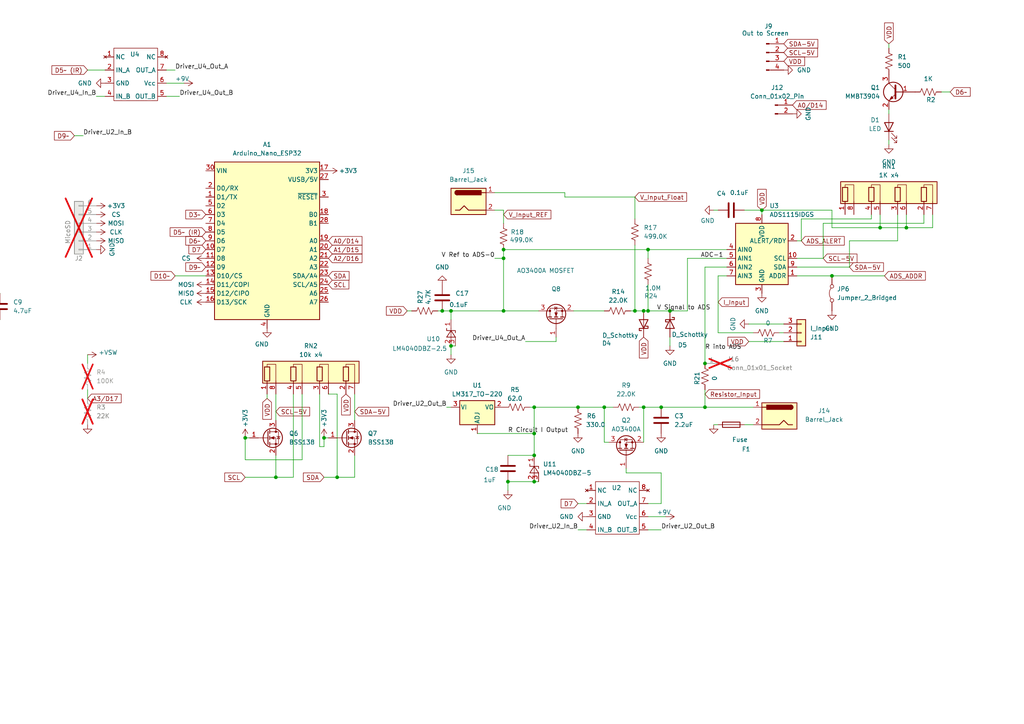
<source format=kicad_sch>
(kicad_sch (version 20250114) (generator "eeschema") (generator_version "9.0")
  (paper "A4")
  (rectangle (start -127 123.19) (end -7.62 173.99))
  (text "XIAO PIN Header" (at -45.72 171.45 0) (effects (font (size 2.54 2.54) (bold yes)) (justify left bottom)))
  (junction (at -53.34 54.61))
  (junction (at 146.05 74.93))
  (junction (at -83.82 196.85))
  (junction (at 204.47 105.41))
  (junction (at 204.47 118.11))
  (junction (at 130.81 100.33))
  (junction (at -93.98 204.47))
  (junction (at 146.05 72.39))
  (junction (at -45.72 142.24))
  (junction (at 184.15 90.17))
  (junction (at 97.79 138.43))
  (junction (at -43.18 44.45))
  (junction (at 194.31 90.17))
  (junction (at 187.96 90.17))
  (junction (at 154.94 125.73))
  (junction (at -41.91 201.93))
  (junction (at -88.9 46.99))
  (junction (at 80.01 138.43))
  (junction (at -29.21 44.45))
  (junction (at -85.09 214.63))
  (junction (at 130.81 90.17))
  (junction (at 146.05 90.17))
  (junction (at 241.3 80.01))
  (junction (at -71.12 44.45))
  (junction (at -88.9 50.8))
  (junction (at -73.66 44.45))
  (junction (at -38.1 44.45))
  (junction (at 154.94 118.11))
  (junction (at 154.94 132.08))
  (junction (at -73.66 35.56))
  (junction (at 186.69 90.17))
  (junction (at -85.09 204.47))
  (junction (at 167.64 118.11))
  (junction (at 262.89 66.04))
  (junction (at -41.91 212.09))
  (junction (at -26.67 85.09))
  (junction (at 187.96 72.39))
  (junction (at 71.12 127))
  (junction (at 128.27 90.17))
  (junction (at 220.98 60.96))
  (junction (at 186.69 118.11))
  (junction (at 93.98 127))
  (junction (at 147.32 139.7))
  (junction (at -30.48 146.05))
  (junction (at 255.27 66.04))
  (junction (at -93.98 214.63))
  (junction (at -26.67 93.98))
  (junction (at 154.94 139.7))
  (junction (at 175.26 118.11))
  (junction (at 191.77 118.11))
  (junction (at -27.94 201.93))
  (wire (pts (xy 232.41 63.5) (xy 252.73 63.5)))
  (wire (pts (xy 191.77 137.16) (xy 191.77 146.05)))
  (wire (pts (xy -45.72 142.24) (xy -45.72 139.7)))
  (wire (pts (xy -90.17 196.85) (xy -83.82 196.85)))
  (wire (pts (xy 152.4 99.06) (xy 161.29 99.06)))
  (wire (pts (xy 119.38 90.17) (xy 118.11 90.17)))
  (wire (pts (xy 167.64 146.05) (xy 170.18 146.05)))
  (wire (pts (xy 187.96 72.39) (xy 210.82 72.39)))
  (wire (pts (xy 130.81 90.17) (xy 128.27 90.17)))
  (wire (pts (xy 218.44 123.19) (xy 215.9 123.19)))
  (wire (pts (xy 154.94 118.11) (xy 167.64 118.11)))
  (wire (pts (xy 184.15 71.12) (xy 184.15 90.17)))
  (wire (pts (xy 184.15 90.17) (xy 186.69 90.17)))
  (wire (pts (xy 175.26 118.11) (xy 175.26 128.27)))
  (wire (pts (xy 232.41 69.85) (xy 231.14 69.85)))
  (wire (pts (xy -120.65 157.48) (xy -132.08 157.48)))
  (wire (pts (xy 191.77 118.11) (xy 204.47 118.11)))
  (wire (pts (xy 187.96 90.17) (xy 194.31 90.17)))
  (wire (pts (xy 186.69 118.11) (xy 191.77 118.11)))
  (wire (pts (xy -43.18 44.45) (xy -43.18 49.53)))
  (wire (pts (xy 27.94 27.94) (xy 30.48 27.94)))
  (wire (pts (xy -91.44 46.99) (xy -88.9 46.99)))
  (wire (pts (xy -85.09 214.63) (xy -85.09 213.36)))
  (wire (pts (xy -27.94 201.93) (xy -27.94 207.01)))
  (wire (pts (xy -41.91 212.09) (xy -39.37 212.09)))
  (wire (pts (xy 270.51 62.23) (xy 270.51 66.04)))
  (wire (pts (xy 260.35 62.23) (xy 260.35 69.85)))
  (wire (pts (xy -24.13 134.62) (xy -17.78 134.62)))
  (wire (pts (xy -132.08 142.24) (xy -120.65 142.24)))
  (wire (pts (xy 246.38 69.85) (xy 246.38 77.47)))
  (wire (pts (xy 138.43 125.73) (xy 154.94 125.73)))
  (wire (pts (xy -102.87 204.47) (xy -102.87 205.74)))
  (wire (pts (xy 194.31 97.79) (xy 194.31 100.33)))
  (wire (pts (xy -63.5 49.53) (xy -63.5 54.61)))
  (wire (pts (xy 77.47 115.57) (xy 77.47 114.3)))
  (wire (pts (xy 127 90.17) (xy 128.27 90.17)))
  (wire (pts (xy -43.18 44.45) (xy -38.1 44.45)))
  (wire (pts (xy 25.4 102.87) (xy 25.4 105.41)))
  (wire (pts (xy 191.77 153.67) (xy 187.96 153.67)))
  (wire (pts (xy -22.86 137.16) (xy -17.78 137.16)))
  (wire (pts (xy 50.8 80.01) (xy 59.69 80.01)))
  (wire (pts (xy -38.1 44.45) (xy -29.21 44.45)))
  (wire (pts (xy -21.59 139.7) (xy -17.78 139.7)))
  (wire (pts (xy -119.38 157.48) (xy -95.25 157.48)))
  (wire (pts (xy 187.96 82.55) (xy 187.96 90.17)))
  (wire (pts (xy -88.9 46.99) (xy -86.36 46.99)))
  (wire (pts (xy 93.98 127) (xy 93.98 129.54)))
  (wire (pts (xy -119.38 147.32) (xy -119.38 146.05)))
  (wire (pts (xy -48.26 138.43) (xy -38.1 138.43)))
  (wire (pts (xy -99.06 41.91) (xy -86.36 41.91)))
  (wire (pts (xy 80.01 138.43) (xy 71.12 138.43)))
  (wire (pts (xy 199.39 74.93) (xy 210.82 74.93)))
  (wire (pts (xy -3.81 85.09) (xy 0 85.09)))
  (wire (pts (xy 220.98 60.96) (xy 220.98 62.23)))
  (wire (pts (xy 80.01 138.43) (xy 80.01 132.08)))
  (wire (pts (xy -99.06 54.61) (xy -88.9 54.61)))
  (wire (pts (xy -83.82 201.93) (xy -85.09 201.93)))
  (wire (pts (xy -102.87 204.47) (xy -93.98 204.47)))
  (wire (pts (xy 129.54 118.11) (xy 130.81 118.11)))
  (wire (pts (xy -88.9 54.61) (xy -88.9 50.8)))
  (wire (pts (xy 175.26 128.27) (xy 176.53 128.27)))
  (wire (pts (xy 227.33 99.06) (xy 217.17 99.06)))
  (wire (pts (xy -48.26 142.24) (xy -45.72 142.24)))
  (wire (pts (xy 227.33 93.98) (xy 217.17 93.98)))
  (wire (pts (xy 130.81 90.17) (xy 146.05 90.17)))
  (wire (pts (xy 163.83 55.88) (xy 143.51 55.88)))
  (wire (pts (xy -88.9 50.8) (xy -88.9 46.99)))
  (wire (pts (xy 154.94 125.73) (xy 154.94 132.08)))
  (wire (pts (xy -48.26 184.15) (xy -63.5 184.15)))
  (wire (pts (xy 146.05 60.96) (xy 146.05 64.77)))
  (wire (pts (xy -73.66 44.45) (xy -71.12 44.45)))
  (wire (pts (xy -48.26 157.48) (xy -20.32 157.48)))
  (wire (pts (xy -45.72 139.7) (xy -33.02 139.7)))
  (wire (pts (xy 181.61 137.16) (xy 181.61 135.89)))
  (wire (pts (xy -38.1 44.45) (xy -38.1 45.72)))
  (wire (pts (xy -48.26 161.29) (xy -17.78 161.29)))
  (wire (pts (xy -22.86 149.86) (xy -22.86 137.16)))
  (wire (pts (xy 147.32 132.08) (xy 154.94 132.08)))
  (wire (pts (xy -41.91 201.93) (xy -27.94 201.93)))
  (wire (pts (xy 185.42 118.11) (xy 186.69 118.11)))
  (wire (pts (xy -93.98 204.47) (xy -93.98 205.74)))
  (wire (pts (xy -38.1 129.54) (xy -17.78 129.54)))
  (wire (pts (xy 71.12 127) (xy 71.12 133.35)))
  (wire (pts (xy 80.01 114.3) (xy 80.01 121.92)))
  (wire (pts (xy -132.08 154.94) (xy -119.38 154.94)))
  (wire (pts (xy 227.33 96.52) (xy 226.06 96.52)))
  (wire (pts (xy 257.81 40.64) (xy 257.81 41.91)))
  (wire (pts (xy 181.61 137.16) (xy 191.77 137.16)))
  (wire (pts (xy 163.83 55.88) (xy 163.83 57.15)))
  (wire (pts (xy -29.21 143.51) (xy -24.13 143.51)))
  (wire (pts (xy 187.96 74.93) (xy 187.96 72.39)))
  (wire (pts (xy 231.14 74.93) (xy 238.76 74.93)))
  (wire (pts (xy 146.05 72.39) (xy 187.96 72.39)))
  (wire (pts (xy 154.94 125.73) (xy 154.94 118.11)))
  (wire (pts (xy -132.08 144.78) (xy -119.38 144.78)))
  (wire (pts (xy -63.5 54.61) (xy -53.34 54.61)))
  (wire (pts (xy 204.47 77.47) (xy 204.47 105.41)))
  (wire (pts (xy 204.47 77.47) (xy 210.82 77.47)))
  (wire (pts (xy -93.98 214.63) (xy -85.09 214.63)))
  (wire (pts (xy 262.89 66.04) (xy 262.89 62.23)))
  (wire (pts (xy 241.3 66.04) (xy 255.27 66.04)))
  (wire (pts (xy 194.31 90.17) (xy 199.39 90.17)))
  (wire (pts (xy 273.05 26.67) (xy 275.59 26.67)))
  (wire (pts (xy -48.26 212.09) (xy -41.91 212.09)))
  (wire (pts (xy 163.83 57.15) (xy 184.15 57.15)))
  (wire (pts (xy -119.38 153.67) (xy -95.25 153.67)))
  (wire (pts (xy 184.15 57.15) (xy 184.15 63.5)))
  (wire (pts (xy 182.88 90.17) (xy 184.15 90.17)))
  (wire (pts (xy 161.29 99.06) (xy 161.29 97.79)))
  (wire (pts (xy -120.65 157.48) (xy -120.65 161.29)))
  (wire (pts (xy -76.2 44.45) (xy -73.66 44.45)))
  (wire (pts (xy -85.09 201.93) (xy -85.09 204.47)))
  (wire (pts (xy -73.66 35.56) (xy -73.66 44.45)))
  (wire (pts (xy 102.87 114.3) (xy 102.87 121.92)))
  (wire (pts (xy 252.73 63.5) (xy 252.73 62.23)))
  (wire (pts (xy -119.38 146.05) (xy -95.25 146.05)))
  (wire (pts (xy 267.97 64.77) (xy 267.97 62.23)))
  (wire (pts (xy 97.79 138.43) (xy 102.87 138.43)))
  (wire (pts (xy 175.26 118.11) (xy 177.8 118.11)))
  (wire (pts (xy 130.81 92.71) (xy 130.81 90.17)))
  (wire (pts (xy 85.09 138.43) (xy 80.01 138.43)))
  (wire (pts (xy 72.39 127) (xy 71.12 127)))
  (wire (pts (xy 208.28 60.96) (xy 207.01 60.96)))
  (wire (pts (xy -20.32 142.24) (xy -17.78 142.24)))
  (wire (pts (xy 85.09 114.3) (xy 85.09 138.43)))
  (wire (pts (xy -29.21 146.05) (xy -30.48 146.05)))
  (wire (pts (xy 246.38 69.85) (xy 260.35 69.85)))
  (wire (pts (xy 146.05 72.39) (xy 146.05 74.93)))
  (wire (pts (xy -73.66 33.02) (xy -73.66 35.56)))
  (wire (pts (xy 52.07 27.94) (xy 48.26 27.94)))
  (wire (pts (xy 95.25 114.3) (xy 97.79 114.3)))
  (wire (pts (xy -29.21 143.51) (xy -29.21 146.05)))
  (wire (pts (xy 186.69 118.11) (xy 186.69 128.27)))
  (wire (pts (xy 218.44 96.52) (xy 208.28 96.52)))
  (wire (pts (xy 166.37 90.17) (xy 175.26 90.17)))
  (wire (pts (xy -132.08 147.32) (xy -119.38 147.32)))
  (wire (pts (xy -30.48 146.05) (xy -48.26 146.05)))
  (wire (pts (xy -3.81 92.71) (xy 0 92.71)))
  (wire (pts (xy 147.32 142.24) (xy 147.32 139.7)))
  (wire (pts (xy 146.05 60.96) (xy 143.51 60.96)))
  (wire (pts (xy 220.98 60.96) (xy 241.3 60.96)))
  (wire (pts (xy -20.32 142.24) (xy -20.32 157.48)))
  (wire (pts (xy -119.38 152.4) (xy -119.38 153.67)))
  (wire (pts (xy 255.27 62.23) (xy 255.27 66.04)))
  (wire (pts (xy -26.67 92.71) (xy -26.67 93.98)))
  (wire (pts (xy 154.94 118.11) (xy 153.67 118.11)))
  (wire (pts (xy 208.28 80.01) (xy 208.28 96.52)))
  (wire (pts (xy 238.76 64.77) (xy 238.76 74.93)))
  (wire (pts (xy 102.87 138.43) (xy 102.87 132.08)))
  (wire (pts (xy -48.26 149.86) (xy -22.86 149.86)))
  (wire (pts (xy -48.26 153.67) (xy -21.59 153.67)))
  (wire (pts (xy 21.59 39.37) (xy 24.13 39.37)))
  (wire (pts (xy -120.65 138.43) (xy -95.25 138.43)))
  (wire (pts (xy 146.05 74.93) (xy 146.05 90.17)))
  (wire (pts (xy 204.47 113.03) (xy 204.47 118.11)))
  (wire (pts (xy -119.38 144.78) (xy -119.38 142.24)))
  (wire (pts (xy 87.63 114.3) (xy 87.63 133.35)))
  (wire (pts (xy 204.47 118.11) (xy 218.44 118.11)))
  (wire (pts (xy -120.65 142.24) (xy -120.65 138.43)))
  (wire (pts (xy -29.21 44.45) (xy -26.67 44.45)))
  (wire (pts (xy 147.32 139.7) (xy 154.94 139.7)))
  (wire (pts (xy 186.69 90.17) (xy 187.96 90.17)))
  (wire (pts (xy 97.79 114.3) (xy 97.79 138.43)))
  (wire (pts (xy -71.12 184.15) (xy -83.82 184.15)))
  (wire (pts (xy -119.38 142.24) (xy -95.25 142.24)))
  (wire (pts (xy -48.26 196.85) (xy -48.26 184.15)))
  (wire (pts (xy -132.08 152.4) (xy -119.38 152.4)))
  (wire (pts (xy 146.05 90.17) (xy 156.21 90.17)))
  (wire (pts (xy 93.98 138.43) (xy 97.79 138.43)))
  (wire (pts (xy 238.76 64.77) (xy 267.97 64.77)))
  (wire (pts (xy 25.4 20.32) (xy 30.48 20.32)))
  (wire (pts (xy -33.02 132.08) (xy -17.78 132.08)))
  (wire (pts (xy 167.64 153.67) (xy 170.18 153.67)))
  (wire (pts (xy 130.81 102.87) (xy 130.81 100.33)))
  (wire (pts (xy 95.25 127) (xy 93.98 127)))
  (wire (pts (xy -83.82 184.15) (xy -83.82 196.85)))
  (wire (pts (xy 191.77 146.05) (xy 187.96 146.05)))
  (wire (pts (xy -41.91 212.09) (xy -41.91 209.55)))
  (wire (pts (xy -93.98 214.63) (xy -93.98 213.36)))
  (wire (pts (xy 48.26 20.32) (xy 50.8 20.32)))
  (wire (pts (xy -45.72 142.24) (xy -44.45 142.24)))
  (wire (pts (xy 241.3 80.01) (xy 231.14 80.01)))
  (wire (pts (xy 143.51 74.93) (xy 146.05 74.93)))
  (wire (pts (xy 193.04 149.86) (xy 187.96 149.86)))
  (wire (pts (xy 53.34 24.13) (xy 48.26 24.13)))
  (wire (pts (xy 92.71 129.54) (xy 93.98 129.54)))
  (wire (pts (xy 199.39 74.93) (xy 199.39 90.17)))
  (wire (pts (xy 92.71 114.3) (xy 92.71 129.54)))
  (wire (pts (xy 256.54 80.01) (xy 241.3 80.01)))
  (wire (pts (xy -132.08 149.86) (xy -95.25 149.86)))
  (wire (pts (xy -26.67 93.98) (xy -19.05 93.98)))
  (wire (pts (xy 241.3 60.96) (xy 241.3 66.04)))
  (wire (pts (xy 257.81 12.7) (xy 257.81 13.97)))
  (wire (pts (xy 231.14 77.47) (xy 246.38 77.47)))
  (wire (pts (xy -85.09 220.98) (xy -85.09 214.63)))
  (wire (pts (xy -93.98 204.47) (xy -85.09 204.47)))
  (wire (pts (xy 71.12 133.35) (xy 87.63 133.35)))
  (wire (pts (xy 208.28 80.01) (xy 210.82 80.01)))
  (wire (pts (xy 232.41 63.5) (xy 232.41 69.85)))
  (wire (pts (xy -48.26 201.93) (xy -41.91 201.93)))
  (wire (pts (xy -120.65 161.29) (xy -95.25 161.29)))
  (wire (pts (xy 130.81 100.33) (xy 132.08 100.33)))
  (wire (pts (xy -33.02 139.7) (xy -33.02 132.08)))
  (wire (pts (xy -26.67 85.09) (xy -19.05 85.09)))
  (wire (pts (xy 262.89 66.04) (xy 270.51 66.04)))
  (wire (pts (xy -17.78 161.29) (xy -17.78 144.78)))
  (wire (pts (xy -119.38 157.48) (xy -119.38 154.94)))
  (wire (pts (xy -85.09 204.47) (xy -85.09 205.74)))
  (wire (pts (xy 257.81 33.02) (xy 257.81 31.75)))
  (wire (pts (xy 220.98 60.96) (xy 215.9 60.96)))
  (wire (pts (xy 154.94 139.7) (xy 156.21 139.7)))
  (wire (pts (xy -102.87 214.63) (xy -102.87 213.36)))
  (wire (pts (xy -38.1 129.54) (xy -38.1 138.43)))
  (wire (pts (xy 175.26 118.11) (xy 167.64 118.11)))
  (wire (pts (xy 207.01 123.19) (xy 208.28 123.19)))
  (wire (pts (xy 25.4 113.03) (xy 25.4 115.57)))
  (wire (pts (xy -24.13 143.51) (xy -24.13 134.62)))
  (wire (pts (xy 255.27 66.04) (xy 262.89 66.04)))
  (wire (pts (xy -102.87 214.63) (xy -93.98 214.63)))
  (wire (pts (xy -21.59 139.7) (xy -21.59 153.67)))
  (wire (pts (xy -29.21 44.45) (xy -29.21 50.8)))
  (label "Driver_U2_In_B" (at 167.64 153.67 180))
  (label "Driver_U4_Out_A" (at 50.8 20.32 0))
  (label "P302{slash}TXD2" (at -118.11 161.29 0))
  (label "P014{slash}AN09{slash}DAC" (at -118.11 138.43 0))
  (label "R into ADS" (at 204.47 101.6 0))
  (label "P111{slash}SCK9" (at -45.72 157.48 0))
  (label "Uno5vPin" (at -96.52 50.8 180))
  (label "ADC-1" (at 203.2 74.93 0))
  (label "P301{slash}RXD2" (at -45.72 161.29 0))
  (label "Driver_U4_Out_A" (at 152.4 99.06 180))
  (label "Driver_U2_Out_B" (at 191.77 153.67 0))
  (label "Driver_U2_Out_B" (at 129.54 118.11 180))
  (label "P002{slash}ADC02{slash}AMP0O" (at -118.11 149.86 0))
  (label "P000{slash}ADC00{slash}AMP0+" (at -118.11 142.24 0))
  (label "V Signal to ADS" (at 190.5 90.17 0))
  (label "Driver_U2_In_B" (at 24.13 39.37 0))
  (label "V Ref to ADS-0" (at 143.51 74.93 180))
  (label "R Circuit I Output" (at 147.32 125.73 0))
  (label "Driver_U4_Out_B" (at 52.07 27.94 0))
  (label "P001{slash}ADC01{slash}AMP0-" (at -118.11 146.05 0))
  (label "P110{slash}MISO9" (at -45.72 153.67 0))
  (label "P206{slash}SDA1" (at -118.11 153.67 0))
  (label "Driver_U4_In_B" (at 27.94 27.94 180))
  (label "P100{slash}ADC22{slash}SCL1" (at -118.11 157.48 0))
  (label "P109{slash}MOSI9" (at -45.72 149.86 0))
  (global_label "A3{slash}D17" (shape input) (at 25.4 115.57 0) (property "Intersheetrefs" "${INTERSHEET_REFS}" (effects (hide yes))))
  (global_label "D5~ (IR)" (shape input) (at 25.4 20.32 180) (property "Intersheetrefs" "${INTERSHEET_REFS}" (effects (hide yes))))
  (global_label "VDD" (shape input) (at -90.17 196.85 180) (property "Intersheetrefs" "${INTERSHEET_REFS}" (effects (hide yes))))
  (global_label "V_Input_Float" (shape input) (at 184.15 57.15 0) (property "Intersheetrefs" "${INTERSHEET_REFS}" (effects (hide yes))))
  (global_label "VDD" (shape input) (at 186.69 97.79 270) (property "Intersheetrefs" "${INTERSHEET_REFS}" (effects (hide yes))))
  (global_label "SDA" (shape input) (at -124.46 152.4 270) (property "Intersheetrefs" "${INTERSHEET_REFS}" (effects (hide yes))))
  (global_label "D10~" (shape input) (at -25.4 149.86 270) (property "Intersheetrefs" "${INTERSHEET_REFS}" (effects (hide yes))))
  (global_label "SCL-5V" (shape input) (at 238.76 74.93 0) (property "Intersheetrefs" "${INTERSHEET_REFS}" (effects (hide yes))))
  (global_label "D9~" (shape input) (at 59.69 77.47 180) (property "Intersheetrefs" "${INTERSHEET_REFS}" (effects (hide yes))))
  (global_label "A1{slash}D15" (shape input) (at 194.31 -27.94 180) (property "Intersheetrefs" "${INTERSHEET_REFS}" (effects (hide yes))))
  (global_label "SCL" (shape input) (at 71.12 138.43 180) (property "Intersheetrefs" "${INTERSHEET_REFS}" (effects (hide yes))))
  (global_label "A2{slash}D16" (shape input) (at 95.25 74.93 0) (property "Intersheetrefs" "${INTERSHEET_REFS}" (effects (hide yes))))
  (global_label "D5~ (IR)" (shape input) (at 59.69 67.31 180) (property "Intersheetrefs" "${INTERSHEET_REFS}" (effects (hide yes))))
  (global_label "D7" (shape input) (at -25.4 161.29 270) (property "Intersheetrefs" "${INTERSHEET_REFS}" (effects (hide yes))))
  (global_label "I_Input" (shape input) (at 208.28 87.63 0) (property "Intersheetrefs" "${INTERSHEET_REFS}" (effects (hide yes))))
  (global_label "VDD" (shape input) (at 217.17 99.06 180) (property "Intersheetrefs" "${INTERSHEET_REFS}" (effects (hide yes))))
  (global_label "SCL-5V" (shape input) (at 80.01 119.38 0) (property "Intersheetrefs" "${INTERSHEET_REFS}" (effects (hide yes))))
  (global_label "SDA-5V" (shape input) (at 227.33 12.7 0) (property "Intersheetrefs" "${INTERSHEET_REFS}" (effects (hide yes))))
  (global_label "D6~" (shape input) (at -104.14 161.29 270) (property "Intersheetrefs" "${INTERSHEET_REFS}" (effects (hide yes))))
  (global_label "VDD" (shape input) (at 257.81 12.7 90) (property "Intersheetrefs" "${INTERSHEET_REFS}" (effects (hide yes))))
  (global_label "VDD" (shape input) (at -26.67 44.45 0) (property "Intersheetrefs" "${INTERSHEET_REFS}" (effects (hide yes))))
  (global_label "ADS_ALERT" (shape input) (at 232.41 69.85 0) (property "Intersheetrefs" "${INTERSHEET_REFS}" (effects (hide yes))))
  (global_label "VDD" (shape input) (at 100.33 114.3 270) (property "Intersheetrefs" "${INTERSHEET_REFS}" (effects (hide yes))))
  (global_label "XIAO 5V" (shape input) (at -38.1 129.54 180) (property "Intersheetrefs" "${INTERSHEET_REFS}" (effects (hide yes))))
  (global_label "D9~" (shape input) (at -30.48 153.67 270) (property "Intersheetrefs" "${INTERSHEET_REFS}" (effects (hide yes))))
  (global_label "D10~" (shape input) (at 194.31 -17.78 180) (property "Intersheetrefs" "${INTERSHEET_REFS}" (effects (hide yes))))
  (global_label "SCL" (shape input) (at -119.38 157.48 270) (property "Intersheetrefs" "${INTERSHEET_REFS}" (effects (hide yes))))
  (global_label "XIAO 5V" (shape input) (at -8.89 111.76 180) (property "Intersheetrefs" "${INTERSHEET_REFS}" (effects (hide yes))))
  (global_label "SCL-5V" (shape input) (at 227.33 15.24 0) (property "Intersheetrefs" "${INTERSHEET_REFS}" (effects (hide yes))))
  (global_label "SDA-5V" (shape input) (at 246.38 77.47 0) (property "Intersheetrefs" "${INTERSHEET_REFS}" (effects (hide yes))))
  (global_label "XIAO Batt Pin" (shape input) (at -73.66 33.02 90) (property "Intersheetrefs" "${INTERSHEET_REFS}" (effects (hide yes))))
  (global_label "D9~" (shape input) (at 21.59 39.37 180) (property "Intersheetrefs" "${INTERSHEET_REFS}" (effects (hide yes))))
  (global_label "A1{slash}D15" (shape input) (at -124.46 144.78 90) (property "Intersheetrefs" "${INTERSHEET_REFS}" (effects (hide yes))))
  (global_label "ADS_ADDR" (shape input) (at 256.54 80.01 0) (property "Intersheetrefs" "${INTERSHEET_REFS}" (effects (hide yes))))
  (global_label "D5~ (IR)" (shape input) (at -20.32 157.48 0) (property "Intersheetrefs" "${INTERSHEET_REFS}" (effects (hide yes))))
  (global_label "D7" (shape input) (at 167.64 146.05 180) (property "Intersheetrefs" "${INTERSHEET_REFS}" (effects (hide yes))))
  (global_label "SDA" (shape input) (at 95.25 80.01 0) (property "Intersheetrefs" "${INTERSHEET_REFS}" (effects (hide yes))))
  (global_label "D3~" (shape input) (at 194.31 -7.62 180) (property "Intersheetrefs" "${INTERSHEET_REFS}" (effects (hide yes))))
  (global_label "SDA" (shape input) (at 93.98 138.43 180) (property "Intersheetrefs" "${INTERSHEET_REFS}" (effects (hide yes))))
  (global_label "XIAO 5V" (shape input) (at -99.06 41.91 180) (property "Intersheetrefs" "${INTERSHEET_REFS}" (effects (hide yes))))
  (global_label "SCL" (shape input) (at 95.25 82.55 0) (property "Intersheetrefs" "${INTERSHEET_REFS}" (effects (hide yes))))
  (global_label "VDD" (shape input) (at 77.47 115.57 270) (property "Intersheetrefs" "${INTERSHEET_REFS}" (effects (hide yes))))
  (global_label "Resistor_Input" (shape input) (at 204.47 114.3 0) (property "Intersheetrefs" "${INTERSHEET_REFS}" (effects (hide yes))))
  (global_label "D6~" (shape input) (at 275.59 26.67 0) (property "Intersheetrefs" "${INTERSHEET_REFS}" (effects (hide yes))))
  (global_label "D3~" (shape input) (at 59.69 62.23 180) (property "Intersheetrefs" "${INTERSHEET_REFS}" (effects (hide yes))))
  (global_label "D7" (shape input) (at 59.69 72.39 180) (property "Intersheetrefs" "${INTERSHEET_REFS}" (effects (hide yes))))
  (global_label "VDD" (shape input) (at 118.11 90.17 180) (property "Intersheetrefs" "${INTERSHEET_REFS}" (effects (hide yes))))
  (global_label "A2{slash}D16" (shape input) (at -129.54 147.32 90) (property "Intersheetrefs" "${INTERSHEET_REFS}" (effects (hide yes))))
  (global_label "VDD" (shape input) (at 227.33 17.78 0) (property "Intersheetrefs" "${INTERSHEET_REFS}" (effects (hide yes))))
  (global_label "V_Input_REF" (shape input) (at 146.05 62.23 0) (property "Intersheetrefs" "${INTERSHEET_REFS}" (effects (hide yes))))
  (global_label "D3~" (shape input) (at -128.27 149.86 270) (property "Intersheetrefs" "${INTERSHEET_REFS}" (effects (hide yes))))
  (global_label "D6~" (shape input) (at 59.69 69.85 180) (property "Intersheetrefs" "${INTERSHEET_REFS}" (effects (hide yes))))
  (global_label "A1{slash}D15" (shape input) (at 95.25 72.39 0) (property "Intersheetrefs" "${INTERSHEET_REFS}" (effects (hide yes))))
  (global_label "A0{slash}D14" (shape input) (at 229.87 30.48 0) (property "Intersheetrefs" "${INTERSHEET_REFS}" (effects (hide yes))))
  (global_label "A0{slash}D14" (shape input) (at 95.25 69.85 0) (property "Intersheetrefs" "${INTERSHEET_REFS}" (effects (hide yes))))
  (global_label "VDD" (shape input) (at 220.98 60.96 90) (property "Intersheetrefs" "${INTERSHEET_REFS}" (effects (hide yes))))
  (global_label "D10~" (shape input) (at 50.8 80.01 180) (property "Intersheetrefs" "${INTERSHEET_REFS}" (effects (hide yes))))
  (global_label "SDA-5V" (shape input) (at 102.87 119.38 0) (property "Intersheetrefs" "${INTERSHEET_REFS}" (effects (hide yes))))
  (global_label "A0{slash}D14" (shape input) (at -120.65 138.43 90) (property "Intersheetrefs" "${INTERSHEET_REFS}" (effects (hide yes))))
  (symbol (lib_id "Transistor_FET:BSS138") (at 77.47 127 0) (unit 1)
    (property "Reference" "Q6" (at 83.82 125.7299 0) (effects (justify left)))
    (property "Value" "BSS138" (at 83.82 128.2699 0) (effects (justify left)))
    (property "Footprint" "Package_TO_SOT_SMD:SOT-23" (effects (hide yes)))
    (property "Datasheet" "https://www.onsemi.com/pub/Collateral/BSS138-D.PDF" (effects (hide yes)))
    (property "Description" "50V Vds, 0.22A Id, N-Channel MOSFET, SOT-23" (effects (hide yes)))
  )
  (symbol (lib_name "+BATT_1") (lib_id "power:+BATT") (at -91.44 46.99 90) (unit 1)
    (property "Reference" "#PWR063" (effects (hide yes)))
    (property "Value" "+BATT" (at -95.25 46.9901 90) (effects (justify left)))
    (property "Description" "Power symbol creates a global label with name \"+BATT\"" (effects (hide yes)))
  )
  (symbol (lib_id "Device:C") (at -26.67 88.9 0) (unit 1)
    (property "Reference" "C10" (at -24.384 91.694 0) (effects (justify left)))
    (property "Value" "4.7uF" (at -35.052 88.9 0) (effects (justify left)))
    (property "Footprint" "Capacitor_SMD:C_0805_2012Metric_Pad1.18x1.45mm_HandSolder" (effects (hide yes)))
    (property "Description" "Unpolarized capacitor" (effects (hide yes)))
    (property "Function" "Charge Pump" (effects (hide yes)))
  )
  (symbol (lib_id "Device:C") (at -102.87 209.55 0) (unit 1)
    (property "Reference" "C6" (at -101.854 212.344 0) (effects (justify left)))
    (property "Value" "1uF" (at -107.188 212.852 0) (effects (justify left)))
    (property "Footprint" "Capacitor_SMD:C_0805_2012Metric_Pad1.18x1.45mm_HandSolder" (effects (hide yes)))
    (property "Description" "Unpolarized capacitor" (effects (hide yes)))
    (property "Function" "Charge Pump" (effects (hide yes)))
  )
  (symbol (lib_id "power:+3.3V") (at 27.94 62.23 270) (unit 1)
    (property "Reference" "#PWR076" (effects (hide yes)))
    (property "Value" "CS" (at 33.655 62.23 90))
  )
  (symbol (lib_id "power:+9V") (at -26.67 93.98 90) (unit 1)
    (property "Reference" "#PWR036" (effects (hide yes)))
    (property "Value" "+9V" (at -31.75 93.98 0))
    (property "Description" "Power symbol creates a global label with name \"+9V\"" (effects (hide yes)))
  )
  (symbol (lib_id "power:+3.3V") (at 95.25 49.53 270) (unit 1)
    (property "Reference" "#PWR02" (effects (hide yes)))
    (property "Value" "+3V3" (at 100.965 49.53 90))
  )
  (symbol (lib_id "Transistor_FET:DMG2302U") (at 161.29 92.71 90) (unit 1)
    (property "Reference" "Q8" (at 161.29 83.82 90))
    (property "Value" "AO3400A MOSFET" (at 158.242 78.486 90))
    (property "Footprint" "Package_TO_SOT_SMD:SOT-23" (effects (hide yes)))
    (property "Datasheet" "http://www.diodes.com/assets/Datasheets/DMG2302U.pdf" (effects (hide yes)))
    (property "Description" "4.2A Id, 20V Vds, N-Channel MOSFET, SOT-23" (effects (hide yes)))
    (property "Function" "R Circuit Range Switch" (effects (hide yes)))
  )
  (symbol (lib_id "Transistor_FET:DMG2302U") (at 181.61 130.81 90) (unit 1)
    (property "Reference" "Q2" (at 181.61 121.92 90))
    (property "Value" "AO3400A" (at 181.61 124.46 90))
    (property "Footprint" "Package_TO_SOT_SMD:SOT-23" (effects (hide yes)))
    (property "Datasheet" "http://www.diodes.com/assets/Datasheets/DMG2302U.pdf" (effects (hide yes)))
    (property "Description" "4.2A Id, 20V Vds, N-Channel MOSFET, SOT-23" (effects (hide yes)))
    (property "Function" "R Circuit Range Switch" (effects (hide yes)))
  )
  (symbol (lib_id "Device:C") (at -93.98 209.55 0) (unit 1)
    (property "Reference" "C5" (at -93.218 212.344 0) (effects (justify left)))
    (property "Value" "1uF" (at -98.298 212.852 0) (effects (justify left)))
    (property "Footprint" "Capacitor_SMD:C_0805_2012Metric_Pad1.18x1.45mm_HandSolder" (effects (hide yes)))
    (property "Description" "Unpolarized capacitor" (effects (hide yes)))
    (property "Function" "Charge Pump" (effects (hide yes)))
  )
  (symbol (lib_id "Connector:Conn_01x07_Pin") (at -12.7 137.16 0) (mirror y) (unit 1) (dnp yes)
    (property "Reference" "J1" (at -13.335 124.46 0))
    (property "Value" "Conn_01x07_Pin" (at -13.335 127 0))
    (property "Footprint" "Connector_PinSocket_2.54mm:PinSocket_1x07_P2.54mm_Vertical" (effects (hide yes)))
    (property "Description" "Generic connector, single row, 01x07, script generated" (effects (hide yes)))
  )
  (symbol (lib_id "Analog_ADC:ADS1115IDGS") (at 220.98 74.93 0) (unit 1)
    (property "Reference" "U3" (at 223.1741 59.69 0) (effects (justify left)))
    (property "Value" "ADS1115IDGS" (at 223.1741 62.23 0) (effects (justify left)))
    (property "Footprint" "Package_SO:TSSOP-10_3x3mm_P0.5mm" (effects (hide yes)))
    (property "Datasheet" "http://www.ti.com/lit/ds/symlink/ads1113.pdf" (effects (hide yes)))
    (property "Description" "Ultra-Small, Low-Power, I2C-Compatible, 860-SPS, 16-Bit ADCs With Internal Reference, Oscillator, and Programmable Comparator, VSSOP-10" (effects (hide yes)))
    (property "ValueTemp" "ADS1115IDGS" (effects (hide yes)))
  )
  (symbol (lib_id "Device:C") (at -71.12 48.26 0) (unit 1)
    (property "Reference" "C15" (at -67.31 46.9899 0) (effects (justify left)))
    (property "Value" "4.7uF" (at -67.31 49.5299 0) (effects (justify left)))
    (property "Footprint" "Capacitor_SMD:C_0805_2012Metric_Pad1.18x1.45mm_HandSolder" (effects (hide yes)))
    (property "Description" "Unpolarized capacitor" (effects (hide yes)))
    (property "Function" "Boost Circuit Input" (effects (hide yes)))
  )
  (symbol (lib_id "Device:Fuse") (at 212.09 123.19 270) (mirror x) (unit 1)
    (property "Reference" "F1" (at 216.408 130.302 90))
    (property "Value" "Fuse" (at 214.63 127.508 90))
    (property "Footprint" "Fuse:Fuse_1206_3216Metric_Pad1.42x1.75mm_HandSolder" (effects (hide yes)))
    (property "Description" "Fuse" (effects (hide yes)))
    (property "Function" "Dead Short Protection" (effects (hide yes)))
  )
  (symbol (lib_id "Reference_Voltage:LM4040DBZ-5") (at 154.94 135.89 90) (unit 1)
    (property "Reference" "U11" (at 157.48 134.6199 90) (effects (justify right)))
    (property "Value" "LM4040DBZ-5" (at 157.48 137.1599 90) (effects (justify right)))
    (property "Footprint" "Package_TO_SOT_SMD:SOT-23" (effects (hide yes)))
    (property "Datasheet" "http://www.ti.com/lit/ds/symlink/lm4040-n.pdf" (effects (hide yes)))
    (property "Description" "5.000V Precision Micropower Shunt Voltage Reference, SOT-23" (effects (hide yes)))
    (property "Function" "R Circuit Reference" (effects (hide yes)))
  )
  (symbol (lib_id "Connector:Conn_01x02_Pin") (at -104.14 54.61 0) (unit 1)
    (property "Reference" "J7" (at -107.188 59.182 0))
    (property "Value" "Conn_01x02_Pin" (at -107.696 61.468 0))
    (property "Footprint" "Connector_PinSocket_2.54mm:PinSocket_1x02_P2.54mm_Vertical" (effects (hide yes)))
    (property "Description" "Generic connector, single row, 01x02, script generated" (effects (hide yes)))
  )
  (symbol (lib_id "power:GND") (at -53.34 54.61 0) (unit 1)
    (property "Reference" "#PWR029" (effects (hide yes)))
    (property "Value" "GND" (effects (hide yes)))
    (property "Description" "Power symbol creates a global label with name \"GND\" , ground" (effects (hide yes)))
  )
  (symbol (lib_id "power:GND") (at 147.32 142.24 0) (unit 1)
    (property "Reference" "#PWR042" (effects (hide yes)))
    (property "Value" "GND" (at 146.304 147.32 0))
    (property "Description" "Power symbol creates a global label with name \"GND\" , ground" (effects (hide yes)))
  )
  (symbol (lib_id "Device:R_US") (at 184.15 67.31 0) (unit 1)
    (property "Reference" "R17" (at 186.69 66.0399 0) (effects (justify left)))
    (property "Value" "499.0K" (at 186.69 68.5799 0) (effects (justify left)))
    (property "Footprint" "Resistor_SMD:R_0805_2012Metric_Pad1.20x1.40mm_HandSolder" (effects (hide yes)))
    (property "Description" "Resistor, US symbol" (effects (hide yes)))
    (property "ValueTemp" "75K" (effects (hide yes)))
    (property "Function" "V Signal Divider" (effects (hide yes)))
  )
  (symbol (lib_id "power:GND") (at -29.21 58.42 0) (unit 1)
    (property "Reference" "#PWR082" (effects (hide yes)))
    (property "Value" "GND" (effects (hide yes)))
    (property "Description" "Power symbol creates a global label with name \"GND\" , ground" (effects (hide yes)))
  )
  (symbol (lib_id "Device:R_US") (at 123.19 90.17 90) (unit 1)
    (property "Reference" "R27" (at 121.92 88.138 0) (effects (justify left)))
    (property "Value" "4.7K" (at 124.206 88.392 0) (effects (justify left)))
    (property "Footprint" "Resistor_SMD:R_0805_2012Metric_Pad1.20x1.40mm_HandSolder" (effects (hide yes)))
    (property "Description" "Resistor, US symbol" (effects (hide yes)))
    (property "ValueTemp" "5K" (effects (hide yes)))
    (property "Function" "Current Limit" (effects (hide yes)))
  )
  (symbol (lib_id "power:GND") (at 191.77 125.73 0) (unit 1)
    (property "Reference" "#PWR047" (effects (hide yes)))
    (property "Value" "GND" (at 191.77 130.81 0))
    (property "Description" "Power symbol creates a global label with name \"GND\" , ground" (effects (hide yes)))
  )
  (symbol (lib_id "Device:C") (at -85.09 209.55 0) (unit 1)
    (property "Reference" "C1" (at -83.566 212.598 0) (effects (justify left)))
    (property "Value" "1uF" (at -89.408 212.852 0) (effects (justify left)))
    (property "Footprint" "Capacitor_SMD:C_0805_2012Metric_Pad1.18x1.45mm_HandSolder" (effects (hide yes)))
    (property "Description" "Unpolarized capacitor" (effects (hide yes)))
    (property "Function" "Charge Pump" (effects (hide yes)))
  )
  (symbol (lib_id "Connector:Conn_01x04_Pin") (at 222.25 15.24 0) (unit 1)
    (property "Reference" "J9" (at 222.885 7.62 0))
    (property "Value" "Out to Screen" (at 221.996 9.652 0))
    (property "Footprint" "Connector_PinSocket_2.54mm:PinSocket_1x04_P2.54mm_Vertical" (effects (hide yes)))
    (property "Description" "Generic connector, single row, 01x04, script generated" (effects (hide yes)))
    (property "ValueTemp" "Out to Screen" (effects (hide yes)))
  )
  (symbol (lib_id "Device:D_Schottky") (at 194.31 93.98 270) (unit 1)
    (property "Reference" "D5" (at 196.596 100.076 90) (effects (justify left)))
    (property "Value" "D_Schottky" (at 194.818 97.028 90) (effects (justify left)))
    (property "Footprint" "Diode_SMD:D_SOD-123" (effects (hide yes)))
    (property "Description" "Schottky diode" (effects (hide yes)))
    (property "Function" "Overvoltage Proection" (effects (hide yes)))
  )
  (symbol (lib_id "Switch:SW_Push") (at 199.39 -7.62 0) (unit 1)
    (property "Reference" "SW1" (at 199.39 -15.24 0))
    (property "Value" "SW_Push" (at 199.39 -12.7 0))
    (property "Footprint" "Button_Switch_SMD:SW_SPST_CK_RS282G05A3" (effects (hide yes)))
    (property "Description" "Push button switch, generic, two pins" (effects (hide yes)))
    (property "ValueTemp" "SW_Push" (effects (hide yes)))
  )
  (symbol (lib_id "power:GND") (at 229.87 33.02 90) (unit 1)
    (property "Reference" "#PWR044" (effects (hide yes)))
    (property "Value" "GND" (at 234.442 33.02 0))
    (property "Description" "Power symbol creates a global label with name \"GND\" , ground" (effects (hide yes)))
  )
  (symbol (lib_id "power:+5V") (at -19.05 87.63 90) (unit 1)
    (property "Reference" "#PWR039" (effects (hide yes)))
    (property "Value" "VDD" (at -23.368 87.63 90))
  )
  (symbol (lib_id "Connector_Generic:Conn_01x06") (at 22.86 67.31 180) (unit 1) (dnp yes)
    (property "Reference" "J2" (at 22.86 74.93 0))
    (property "Value" "MicoSD" (at 19.685 67.31 90))
    (property "Footprint" "Connector_PinSocket_2.54mm:PinSocket_1x06_P2.54mm_Vertical" (effects (hide yes)))
  )
  (symbol (lib_id "power:GND") (at 204.47 -7.62 90) (unit 1)
    (property "Reference" "#PWR024" (effects (hide yes)))
    (property "Value" "GND" (at 209.042 -7.62 0))
    (property "Description" "Power symbol creates a global label with name \"GND\" , ground" (effects (hide yes)))
  )
  (symbol (lib_id "power:GND") (at -26.67 85.09 270) (unit 1)
    (property "Reference" "#PWR037" (effects (hide yes)))
    (property "Value" "GND" (at -31.242 83.566 0))
    (property "Description" "Power symbol creates a global label with name \"GND\" , ground" (effects (hide yes)))
  )
  (symbol (lib_id "Device:R_Pack04_SIP") (at 257.81 57.15 0) (unit 1)
    (property "Reference" "RN1" (at 257.81 48.26 0))
    (property "Value" "1K x4" (at 257.81 50.8 0))
    (property "Footprint" "Library:RESCAXS127P508X320X70-8N" (effects (hide yes)))
    (property "Datasheet" "http://www.vishay.com/docs/31509/csc.pdf" (effects (hide yes)))
    (property "Description" "4 resistor network, parallel topology, SIP package" (effects (hide yes)))
  )
  (symbol (lib_id "power:GND") (at 77.47 95.25 0) (unit 1)
    (property "Reference" "#PWR01" (effects (hide yes)))
    (property "Value" "GND" (at 75.946 99.822 0))
    (property "Description" "Power symbol creates a global label with name \"GND\" , ground" (effects (hide yes)))
  )
  (symbol (lib_id "power:GND") (at -38.1 53.34 0) (unit 1)
    (property "Reference" "#PWR010" (effects (hide yes)))
    (property "Value" "GND" (effects (hide yes)))
    (property "Description" "Power symbol creates a global label with name \"GND\" , ground" (effects (hide yes)))
  )
  (symbol (lib_id "Seeed_libdb:Module/XIAO-HALF-HOLE") (at -71.12 149.86 0) (unit 1) (on_board no) (dnp yes)
    (property "Reference" "U6" (at -71.12 134.366 0) (effects (font (size 1.27 1.0795))))
    (property "Value" "~" (at -71.755 134.62 0) (effects (font (size 1.27 1.0795))))
    (property "SKU" "XIAO-HALF-HOLE" (effects (hide yes)))
  )
  (symbol (lib_id "power:GND") (at 167.64 125.73 0) (unit 1)
    (property "Reference" "#PWR035" (effects (hide yes)))
    (property "Value" "GND" (at 167.64 130.81 0))
    (property "Description" "Power symbol creates a global label with name \"GND\" , ground" (effects (hide yes)))
  )
  (symbol (lib_id "power:+3.3V") (at 27.94 64.77 270) (unit 1)
    (property "Reference" "#PWR077" (effects (hide yes)))
    (property "Value" "MOSI" (at 33.655 64.77 90))
  )
  (symbol (lib_id "MIC4801:MAX1683") (at -17.78 90.17 0) (unit 1)
    (property "Reference" "U7" (at -11.43 80.01 0))
    (property "Value" "MAX1683" (at -11.43 82.55 0))
    (property "Footprint" "Package_TO_SOT_SMD:SOT-23-5_HandSoldering" (effects (hide yes)))
    (property "Datasheet" "https://www.analog.com/media/en/technical-documentation/data-sheets/MAX1682-MAX1683.pdf" (effects (hide yes)))
    (property "Description" "IC REG CHARGE PUMP 2VIN SOT23-5" (effects (hide yes)))
    (property "Function" "Voltage Doubler" (effects (hide yes)))
  )
  (symbol (lib_id "power:+VSW") (at 25.4 102.87 270) (unit 1)
    (property "Reference" "#PWR028" (effects (hide yes)))
    (property "Value" "+VSW" (at 28.575 102.235 90) (effects (justify left)))
  )
  (symbol (lib_id "power:+3.3V") (at 27.94 69.85 270) (unit 1)
    (property "Reference" "#PWR079" (effects (hide yes)))
    (property "Value" "MISO" (at 33.655 69.85 90))
  )
  (symbol (lib_id "power:+3.3V") (at 59.69 74.93 90) (unit 1)
    (property "Reference" "#PWR03" (effects (hide yes)))
    (property "Value" "CS" (at 53.975 74.93 90))
  )
  (symbol (lib_id "power:GND") (at 227.33 20.32 90) (unit 1)
    (property "Reference" "#PWR041" (effects (hide yes)))
    (property "Value" "GND" (at 231.14 20.3199 90) (effects (justify right)))
    (property "Description" "Power symbol creates a global label with name \"GND\" , ground" (effects (hide yes)))
  )
  (symbol (lib_id "Connector:Barrel_Jack") (at 135.89 58.42 0) (unit 1)
    (property "Reference" "J15" (at 135.89 49.53 0))
    (property "Value" "Barrel_Jack" (at 135.89 52.07 0))
    (property "Footprint" "Connector_BarrelJack:BarrelJack_Horizontal" (effects (hide yes)))
    (property "Description" "DC Barrel Jack" (effects (hide yes)))
    (property "ValueTemp" "Barrel_Jack" (effects (hide yes)))
  )
  (symbol (lib_id "Connector:Conn_01x07_Pin") (at -137.16 149.86 0) (unit 1) (dnp yes)
    (property "Reference" "J3" (at -147.828 143.256 0))
    (property "Value" "Conn_01x07_Pin" (at -147.828 145.796 0))
    (property "Footprint" "Connector_PinSocket_2.54mm:PinSocket_1x07_P2.54mm_Vertical" (effects (hide yes)))
    (property "Description" "Generic connector, single row, 01x07, script generated" (effects (hide yes)))
  )
  (symbol (lib_name "GND_5") (lib_id "power:GND") (at -44.45 142.24 90) (unit 1) (dnp yes)
    (property "Reference" "#PWR07" (effects (hide yes)))
    (property "Value" "GND" (at -40.894 142.24 0) (effects (font (size 1.143 1.143))))
    (property "Description" "Power symbol creates a global label with name \"GND\" , ground" (effects (hide yes)))
  )
  (symbol (lib_id "CustomLibrary:IX4426_") (at 172.72 138.43 0) (unit 1)
    (property "Reference" "U2" (at 178.816 141.478 0))
    (property "Value" "IX4426N" (effects (hide yes)))
    (property "Footprint" "Package_SO:SOIC-8_3.9x4.9mm_P1.27mm" (effects (hide yes)))
  )
  (symbol (lib_id "Device:C") (at -29.21 54.61 0) (unit 1)
    (property "Reference" "C19" (at -27.178 49.022 0) (effects (justify left)))
    (property "Value" "22uF" (at -27.178 51.3079 0) (effects (justify left)))
    (property "Footprint" "Capacitor_SMD:C_0805_2012Metric_Pad1.18x1.45mm_HandSolder" (effects (hide yes)))
    (property "Description" "Unpolarized capacitor" (effects (hide yes)))
    (property "Function" "Boost Output Smoothing" (effects (hide yes)))
  )
  (symbol (lib_id "power:GND") (at -39.37 219.71 0) (unit 1)
    (property "Reference" "#PWR018" (effects (hide yes)))
    (property "Value" "GND" (effects (hide yes)))
    (property "Description" "Power symbol creates a global label with name \"GND\" , ground" (effects (hide yes)))
  )
  (symbol (lib_id "Regulator_Switching:TPS613222ADBV") (at -53.34 46.99 0) (unit 1)
    (property "Reference" "U9" (at -53.34 36.83 0))
    (property "Value" "TPS613222ADBV" (at -53.34 39.37 0))
    (property "Footprint" "Package_TO_SOT_SMD:SOT-23-5" (effects (hide yes)))
    (property "Datasheet" "http://www.ti.com/lit/ds/symlink/tps61322.pdf" (effects (hide yes)))
    (property "Description" "1.8A Step-Up Converter, 5V Output Voltage, 0.9-5.5V Input Voltage, SOT-23-5" (effects (hide yes)))
  )
  (symbol (lib_id "Device:R_US") (at -39.37 215.9 0) (unit 1)
    (property "Reference" "R10" (at -37.338 214.63 0) (effects (justify left)))
    (property "Value" "71.5k" (at -37.592 216.916 0) (effects (justify left)))
    (property "Footprint" "Resistor_SMD:R_0805_2012Metric_Pad1.20x1.40mm_HandSolder" (effects (hide yes)))
    (property "Description" "Resistor, US symbol" (effects (hide yes)))
    (property "ValueTemp" "5K" (effects (hide yes)))
    (property "Function" "Current Limit" (effects (hide yes)))
  )
  (symbol (lib_id "Device:R_US") (at 167.64 121.92 180) (unit 1)
    (property "Reference" "R6" (at 170.18 120.6499 0) (effects (justify right)))
    (property "Value" "330.0" (at 169.926 123.19 0) (effects (justify right)))
    (property "Footprint" "Resistor_SMD:R_0805_2012Metric_Pad1.20x1.40mm_HandSolder" (effects (hide yes)))
    (property "Description" "Resistor, US symbol" (effects (hide yes)))
    (property "Function" "330 R Circuit I Bleeder" (effects (hide yes)))
  )
  (symbol (lib_id "Device:L") (at -67.31 44.45 90) (unit 1)
    (property "Reference" "L1" (at -67.31 39.37 90))
    (property "Value" "2.2uH" (at -67.31 41.91 90))
    (property "Footprint" "Inductor_SMD:L_Murata_DFE201610P" (effects (hide yes)))
    (property "Description" "Inductor" (effects (hide yes)))
  )
  (symbol (lib_id "power:GND") (at -27.94 214.63 0) (unit 1)
    (property "Reference" "#PWR019" (effects (hide yes)))
    (property "Value" "GND" (effects (hide yes)))
    (property "Description" "Power symbol creates a global label with name \"GND\" , ground" (effects (hide yes)))
  )
  (symbol (lib_id "power:+3.3V") (at 59.69 87.63 90) (unit 1)
    (property "Reference" "#PWR014" (effects (hide yes)))
    (property "Value" "CLK" (at 53.975 87.63 90))
  )
  (symbol (lib_id "CustomLibrary:TLV61046ADBVR") (at -66.04 207.01 0) (unit 1)
    (property "Reference" "U5" (at -66.04 186.69 0) (effects (font (size 1.524 1.524))))
    (property "Value" "TLV61046ADBVR" (at -66.04 189.23 0) (effects (font (size 1.524 1.524))))
    (property "Footprint" "Package_TO_SOT_SMD:SOT-23-6_Handsoldering" (effects (hide yes)))
    (property "Datasheet" "https://www.ti.com/lit/gpn/tlv61046a" (effects (hide yes)))
  )
  (symbol (lib_id "Device:R_US") (at 181.61 118.11 90) (unit 1)
    (property "Reference" "R9" (at 181.61 111.76 90))
    (property "Value" "22.0K" (at 181.61 114.3 90))
    (property "Footprint" "Resistor_SMD:R_0805_2012Metric_Pad1.20x1.40mm_HandSolder" (effects (hide yes)))
    (property "Description" "Resistor, US symbol" (effects (hide yes)))
    (property "Function" "R Circuit Divider" (effects (hide yes)))
  )
  (symbol (lib_id "Connector:Conn_01x01_Socket") (at -68.58 35.56 0) (unit 1) (dnp yes)
    (property "Reference" "J17" (at -67.31 34.2899 0) (effects (justify left)))
    (property "Value" "Conn_01x01_Socket" (at -72.898 32.512 0) (effects (justify left)))
    (property "Footprint" "Connector_PinSocket_2.54mm:PinSocket_1x01_P2.54mm_Vertical" (effects (hide yes)))
    (property "Description" "Generic connector, single row, 01x01, script generated" (effects (hide yes)))
  )
  (symbol (lib_id "power:+3.3V") (at 27.94 67.31 270) (unit 1)
    (property "Reference" "#PWR078" (effects (hide yes)))
    (property "Value" "CLK" (at 33.655 67.31 90))
  )
  (symbol (lib_id "power:+3.3V") (at 93.98 127 0) (unit 1)
    (property "Reference" "#PWR06" (effects (hide yes)))
    (property "Value" "+3V3" (at 93.98 121.285 90))
  )
  (symbol (lib_id "power:GND") (at 30.48 24.13 270) (unit 1)
    (property "Reference" "#PWR013" (effects (hide yes)))
    (property "Value" "GND" (at 26.67 24.1299 90) (effects (justify right)))
    (property "Description" "Power symbol creates a global label with name \"GND\" , ground" (effects (hide yes)))
  )
  (symbol (lib_id "power:GND") (at 204.47 -17.78 90) (unit 1)
    (property "Reference" "#PWR023" (effects (hide yes)))
    (property "Value" "GND" (at 209.042 -17.78 0))
    (property "Description" "Power symbol creates a global label with name \"GND\" , ground" (effects (hide yes)))
  )
  (symbol (lib_id "power:GND") (at 207.01 123.19 0) (mirror y) (unit 1)
    (property "Reference" "#PWR030" (effects (hide yes)))
    (property "Value" "GND" (effects (hide yes)))
    (property "Description" "Power symbol creates a global label with name \"GND\" , ground" (effects (hide yes)))
  )
  (symbol (lib_id "Connector:Barrel_Jack") (at 226.06 120.65 0) (mirror y) (unit 1)
    (property "Reference" "J14" (at 239.014 119.126 0))
    (property "Value" "Barrel_Jack" (at 239.014 121.666 0))
    (property "Footprint" "Connector_BarrelJack:BarrelJack_Horizontal" (effects (hide yes)))
    (property "Description" "DC Barrel Jack" (effects (hide yes)))
    (property "ValueTemp" "Barrel_Jack" (effects (hide yes)))
  )
  (symbol (lib_id "Reference_Voltage:LM4040DBZ-2.5") (at 130.81 96.52 90) (unit 1)
    (property "Reference" "U10" (at 123.698 98.298 90) (effects (justify right)))
    (property "Value" "LM4040DBZ-2.5" (at 113.792 101.092 90) (effects (justify right)))
    (property "Footprint" "Package_TO_SOT_SMD:SOT-23" (effects (hide yes)))
    (property "Datasheet" "http://www.ti.com/lit/ds/symlink/lm4040-n.pdf" (effects (hide yes)))
    (property "Description" "2.500V Precision Micropower Shunt Voltage Reference, SOT-23" (effects (hide yes)))
    (property "Function" "V Reference Control" (effects (hide yes)))
  )
  (symbol (lib_id "Device:C") (at 0 88.9 0) (unit 1)
    (property "Reference" "C9" (at 3.81 87.6299 0) (effects (justify left)))
    (property "Value" "4.7uF" (at 3.81 90.1699 0) (effects (justify left)))
    (property "Footprint" "Capacitor_SMD:C_0805_2012Metric_Pad1.18x1.45mm_HandSolder" (effects (hide yes)))
    (property "Description" "Unpolarized capacitor" (effects (hide yes)))
    (property "Function" "Charge Pump" (effects (hide yes)))
  )
  (symbol (lib_id "Transistor_FET:BSS138") (at 100.33 127 0) (unit 1)
    (property "Reference" "Q7" (at 106.68 125.7299 0) (effects (justify left)))
    (property "Value" "BSS138" (at 106.68 128.2699 0) (effects (justify left)))
    (property "Footprint" "Package_TO_SOT_SMD:SOT-23" (effects (hide yes)))
    (property "Datasheet" "https://www.onsemi.com/pub/Collateral/BSS138-D.PDF" (effects (hide yes)))
    (property "Description" "50V Vds, 0.22A Id, N-Channel MOSFET, SOT-23" (effects (hide yes)))
  )
  (symbol (lib_id "Device:R_US") (at 179.07 90.17 90) (unit 1)
    (property "Reference" "R14" (at 179.324 84.582 90))
    (property "Value" "22.0K" (at 179.324 87.122 90))
    (property "Footprint" "Resistor_SMD:R_0805_2012Metric_Pad1.20x1.40mm_HandSolder" (effects (hide yes)))
    (property "Description" "Resistor, US symbol" (effects (hide yes)))
    (property "Function" "V Bridge" (effects (hide yes)))
  )
  (symbol (lib_id "Transistor_BJT:MMBT3904") (at 260.35 26.67 0) (mirror y) (unit 1)
    (property "Reference" "Q1" (at 255.27 25.3999 0) (effects (justify left)))
    (property "Value" "MMBT3904" (at 255.27 27.9399 0) (effects (justify left)))
    (property "Footprint" "Package_TO_SOT_SMD:SOT-23" (effects (hide yes)))
    (property "Datasheet" "https://www.onsemi.com/pdf/datasheet/pzt3904-d.pdf" (effects (hide yes)))
    (property "Description" "0.2A Ic, 40V Vce, Small Signal NPN Transistor, SOT-23" (effects (hide yes)))
    (property "ValueTemp" "MMBT3904" (effects (hide yes)))
    (property "Function" "LED Control" (effects (hide yes)))
  )
  (symbol (lib_id "Device:R_US") (at 149.86 118.11 90) (unit 1)
    (property "Reference" "R5" (at 149.352 113.03 90))
    (property "Value" "62.0" (at 149.352 115.57 90))
    (property "Footprint" "Resistor_SMD:R_0805_2012Metric_Pad1.20x1.40mm_HandSolder" (effects (hide yes)))
    (property "Description" "Resistor, US symbol" (effects (hide yes)))
    (property "Function" "R Circuit I Set" (effects (hide yes)))
  )
  (symbol (lib_id "power:GND") (at 241.3 90.17 0) (unit 1)
    (property "Reference" "#PWR056" (effects (hide yes)))
    (property "Value" "GND" (at 241.3 95.25 0))
    (property "Description" "Power symbol creates a global label with name \"GND\" , ground" (effects (hide yes)))
  )
  (symbol (lib_id "Connector:Conn_01x01_Socket") (at 209.55 105.41 0) (unit 1) (dnp yes)
    (property "Reference" "J16" (at 210.82 104.1399 0) (effects (justify left)))
    (property "Value" "Conn_01x01_Socket" (at 210.82 106.6799 0) (effects (justify left)))
    (property "Footprint" "Connector_PinSocket_2.54mm:PinSocket_1x01_P2.54mm_Vertical" (effects (hide yes)))
    (property "Description" "Generic connector, single row, 01x01, script generated" (effects (hide yes)))
  )
  (symbol (lib_id "Device:D_Schottky") (at 186.69 93.98 90) (unit 1)
    (property "Reference" "D4" (at 177.292 99.568 90) (effects (justify left)))
    (property "Value" "D_Schottky" (at 185.166 97.282 90) (effects (justify left)))
    (property "Footprint" "Diode_SMD:D_SOD-123" (effects (hide yes)))
    (property "Description" "Schottky diode" (effects (hide yes)))
    (property "Function" "Overvoltage Proection" (effects (hide yes)))
  )
  (symbol (lib_id "Device:R_US") (at 257.81 17.78 180) (unit 1)
    (property "Reference" "R1" (at 260.35 16.5099 0) (effects (justify right)))
    (property "Value" "500" (at 260.35 19.0499 0) (effects (justify right)))
    (property "Footprint" "Resistor_SMD:R_0805_2012Metric_Pad1.20x1.40mm_HandSolder" (effects (hide yes)))
    (property "Description" "Resistor, US symbol" (effects (hide yes)))
    (property "Function" "I Limit LED" (effects (hide yes)))
  )
  (symbol (lib_id "power:GND") (at 204.47 -27.94 90) (unit 1)
    (property "Reference" "#PWR081" (effects (hide yes)))
    (property "Value" "GND" (at 209.042 -27.94 0))
    (property "Description" "Power symbol creates a global label with name \"GND\" , ground" (effects (hide yes)))
  )
  (symbol (lib_id "Connector_Generic:Conn_01x03") (at 232.41 96.52 0) (mirror x) (unit 1)
    (property "Reference" "J11" (at 234.95 97.7901 0) (effects (justify left)))
    (property "Value" "I_Input" (at 234.95 95.2501 0) (effects (justify left)))
    (property "Footprint" "Connector_PinSocket_2.54mm:PinSocket_1x03_P2.54mm_Vertical" (effects (hide yes)))
    (property "Description" "Generic connector, single row, 01x03, script generated (kicad-library-utils/schlib/autogen/connector/)" (effects (hide yes)))
    (property "ValueTemp" "I_Input" (effects (hide yes)))
  )
  (symbol (lib_id "power:+3.3V") (at 27.94 59.69 270) (unit 1)
    (property "Reference" "#PWR075" (effects (hide yes)))
    (property "Value" "+3V3" (at 33.655 59.69 90))
  )
  (symbol (lib_id "power:+9V") (at 53.34 24.13 270) (unit 1)
    (property "Reference" "#PWR012" (effects (hide yes)))
    (property "Value" "+9V" (at 50.8 22.86 90) (effects (justify left)))
    (property "Description" "Power symbol creates a global label with name \"+9V\"" (effects (hide yes)))
  )
  (symbol (lib_id "Device:C") (at -27.94 210.82 0) (unit 1)
    (property "Reference" "C2" (at -25.654 213.614 0) (effects (justify left)))
    (property "Value" "4.7uF" (at -36.322 210.82 0) (effects (justify left)))
    (property "Footprint" "Capacitor_SMD:C_0805_2012Metric_Pad1.18x1.45mm_HandSolder" (effects (hide yes)))
    (property "Description" "Unpolarized capacitor" (effects (hide yes)))
    (property "Function" "Charge Pump" (effects (hide yes)))
  )
  (symbol (lib_id "Device:R_US") (at 25.4 119.38 180) (unit 1) (dnp yes)
    (property "Reference" "R3" (at 27.94 118.1099 0) (effects (justify right)))
    (property "Value" "22K" (at 27.94 120.6499 0) (effects (justify right)))
    (property "Footprint" "Resistor_SMD:R_0805_2012Metric_Pad1.20x1.40mm_HandSolder" (effects (hide yes)))
    (property "Description" "Resistor, US symbol" (effects (hide yes)))
    (property "Function" "Uno VIN2" (effects (hide yes)))
  )
  (symbol (lib_id "Device:C") (at 212.09 60.96 90) (unit 1)
    (property "Reference" "C4" (at 210.566 56.134 90) (effects (justify left)))
    (property "Value" "0.1uF" (at 217.17 55.88 90) (effects (justify left)))
    (property "Footprint" "Capacitor_SMD:C_0805_2012Metric_Pad1.18x1.45mm_HandSolder" (effects (hide yes)))
    (property "Description" "Unpolarized capacitor" (effects (hide yes)))
    (property "Function" "ADS Vdd Input Filter" (effects (hide yes)))
  )
  (symbol (lib_id "Device:R_US") (at -41.91 205.74 0) (unit 1)
    (property "Reference" "R8" (at -39.878 204.47 0) (effects (justify left)))
    (property "Value" "732k" (at -40.132 206.756 0) (effects (justify left)))
    (property "Footprint" "Resistor_SMD:R_0805_2012Metric_Pad1.20x1.40mm_HandSolder" (effects (hide yes)))
    (property "Description" "Resistor, US symbol" (effects (hide yes)))
    (property "ValueTemp" "5K" (effects (hide yes)))
    (property "Function" "Current Limit" (effects (hide yes)))
  )
  (symbol (lib_id "Device:R_US") (at 187.96 78.74 180) (unit 1)
    (property "Reference" "R24" (at 190.754 85.852 0) (effects (justify left)))
    (property "Value" "1.0M" (at 191.77 83.566 0) (effects (justify left)))
    (property "Footprint" "Resistor_SMD:R_0805_2012Metric_Pad1.20x1.40mm_HandSolder" (effects (hide yes)))
    (property "Description" "Resistor, US symbol" (effects (hide yes)))
    (property "Function" "V REF Divider" (effects (hide yes)))
  )
  (symbol (lib_id "power:GND") (at 170.18 149.86 270) (unit 1)
    (property "Reference" "#PWR011" (effects (hide yes)))
    (property "Value" "GND" (at 166.37 149.8599 90) (effects (justify right)))
    (property "Description" "Power symbol creates a global label with name \"GND\" , ground" (effects (hide yes)))
  )
  (symbol (lib_id "Device:C") (at 128.27 86.36 0) (unit 1)
    (property "Reference" "C17" (at 132.08 85.0899 0) (effects (justify left)))
    (property "Value" "0.1uF" (at 130.302 88.392 0) (effects (justify left)))
    (property "Footprint" "Capacitor_SMD:C_0805_2012Metric_Pad1.18x1.45mm_HandSolder" (effects (hide yes)))
    (property "Description" "Unpolarized capacitor" (effects (hide yes)))
    (property "Function" "Voltage Ref Smoothing" (effects (hide yes)))
  )
  (symbol (lib_id "power:+3.3V") (at 59.69 85.09 90) (unit 1)
    (property "Reference" "#PWR015" (effects (hide yes)))
    (property "Value" "MISO" (at 53.975 85.09 90))
  )
  (symbol (lib_id "power:GND") (at 220.98 85.09 0) (unit 1)
    (property "Reference" "#PWR054" (effects (hide yes)))
    (property "Value" "GND" (at 220.98 90.17 0))
    (property "Description" "Power symbol creates a global label with name \"GND\" , ground" (effects (hide yes)))
  )
  (symbol (lib_id "Switch:SW_Push") (at 199.39 -27.94 0) (unit 1)
    (property "Reference" "SW4" (at 199.39 -35.56 0))
    (property "Value" "SW_Push" (at 199.39 -33.02 0))
    (property "Footprint" "Button_Switch_SMD:SW_SPST_CK_RS282G05A3" (effects (hide yes)))
    (property "Description" "Push button switch, generic, two pins" (effects (hide yes)))
    (property "ValueTemp" "SW_Push" (effects (hide yes)))
  )
  (symbol (lib_id "Device:R_US") (at 25.4 109.22 180) (unit 1) (dnp yes)
    (property "Reference" "R4" (at 27.94 107.9499 0) (effects (justify right)))
    (property "Value" "100K" (at 27.94 110.4899 0) (effects (justify right)))
    (property "Footprint" "Resistor_SMD:R_0805_2012Metric_Pad1.20x1.40mm_HandSolder" (effects (hide yes)))
    (property "Description" "Resistor, US symbol" (effects (hide yes)))
    (property "ValueTemp" "Uno VIN1" (effects (hide yes)))
  )
  (symbol (lib_id "Device:LED") (at 257.81 36.83 90) (unit 1)
    (property "Reference" "D1" (at 252.476 34.798 90) (effects (justify right)))
    (property "Value" "LED" (at 251.968 37.338 90) (effects (justify right)))
    (property "Footprint" "LED_SMD:LED_Luminus_MP-3030-1100_3.0x3.0mm" (effects (hide yes)))
    (property "Description" "Light emitting diode" (effects (hide yes)))
    (property "Function" "LED SMD Option" (effects (hide yes)))
  )
  (symbol (lib_id "power:GND") (at 128.27 82.55 180) (unit 1)
    (property "Reference" "#PWR061" (effects (hide yes)))
    (property "Value" "GND" (at 128.27 77.47 0))
    (property "Description" "Power symbol creates a global label with name \"GND\" , ground" (effects (hide yes)))
  )
  (symbol (lib_id "Device:R_US") (at 146.05 68.58 0) (unit 1)
    (property "Reference" "R18" (at 148.082 67.31 0) (effects (justify left)))
    (property "Value" "499.0K" (at 147.828 69.596 0) (effects (justify left)))
    (property "Footprint" "Resistor_SMD:R_0805_2012Metric_Pad1.20x1.40mm_HandSolder" (effects (hide yes)))
    (property "Description" "Resistor, US symbol" (effects (hide yes)))
    (property "Function" "V REF Divider" (effects (hide yes)))
  )
  (symbol (lib_id "Device:C") (at 191.77 121.92 0) (unit 1)
    (property "Reference" "C3" (at 195.58 120.6499 0) (effects (justify left)))
    (property "Value" "2.2uF" (at 195.58 123.1899 0) (effects (justify left)))
    (property "Footprint" "Capacitor_SMD:C_0805_2012Metric_Pad1.18x1.45mm_HandSolder" (effects (hide yes)))
    (property "Description" "Unpolarized capacitor" (effects (hide yes)))
    (property "Function" "R ADS Input Filter" (effects (hide yes)))
  )
  (symbol (lib_id "Device:R_Pack04_SIP") (at 90.17 109.22 0) (unit 1)
    (property "Reference" "RN2" (at 90.17 100.33 0))
    (property "Value" "10k x4" (at 90.17 102.87 0))
    (property "Footprint" "Library:RESCAXS127P508X320X70-8N" (effects (hide yes)))
    (property "Datasheet" "http://www.vishay.com/docs/31509/csc.pdf" (effects (hide yes)))
    (property "Description" "4 resistor network, parallel topology, SIP package" (effects (hide yes)))
  )
  (symbol (lib_id "power:GND") (at 217.17 93.98 270) (unit 1)
    (property "Reference" "#PWR045" (effects (hide yes)))
    (property "Value" "GND" (at 212.598 93.98 0))
    (property "Description" "Power symbol creates a global label with name \"GND\" , ground" (effects (hide yes)))
  )
  (symbol (lib_id "power:GND") (at -85.09 220.98 0) (unit 1)
    (property "Reference" "#PWR016" (effects (hide yes)))
    (property "Value" "GND" (effects (hide yes)))
    (property "Description" "Power symbol creates a global label with name \"GND\" , ground" (effects (hide yes)))
  )
  (symbol (lib_id "Jumper:Jumper_2_Bridged") (at 241.3 85.09 90) (unit 1) (exclude_from_sim yes)
    (property "Reference" "JP6" (at 242.7549 83.8199 90) (effects (justify right)))
    (property "Value" "Jumper_2_Bridged" (at 242.7549 86.3599 90) (effects (justify right)))
    (property "Footprint" "Jumper:SolderJumper-2_P1.3mm_Bridged_Pad1.0x1.5mm" (effects (hide yes)))
    (property "Description" "Jumper, 2-pole, closed/bridged" (effects (hide yes)))
    (property "ValueTemp" "Jumper_2_Bridged" (effects (hide yes)))
  )
  (symbol (lib_id "Connector:Conn_01x02_Pin") (at 224.79 30.48 0) (unit 1)
    (property "Reference" "J12" (at 225.425 25.4 0))
    (property "Value" "Conn_01x02_Pin" (at 225.425 27.94 0))
    (property "Footprint" "Connector_PinSocket_2.54mm:PinSocket_1x02_P2.54mm_Vertical" (effects (hide yes)))
    (property "Description" "Generic connector, single row, 01x02, script generated" (effects (hide yes)))
  )
  (symbol (lib_id "power:+3.3V") (at 71.12 127 0) (unit 1)
    (property "Reference" "#PWR05" (effects (hide yes)))
    (property "Value" "+3V3" (at 71.12 121.285 90))
  )
  (symbol (lib_id "power:GND") (at 207.01 60.96 270) (unit 1)
    (property "Reference" "#PWR053" (effects (hide yes)))
    (property "Value" "GND" (at 205.232 64.008 90))
    (property "Description" "Power symbol creates a global label with name \"GND\" , ground" (effects (hide yes)))
  )
  (symbol (lib_id "power:GND") (at 27.94 72.39 90) (unit 1)
    (property "Reference" "#PWR080" (effects (hide yes)))
    (property "Value" "GND" (at 32.512 72.39 0))
    (property "Description" "Power symbol creates a global label with name \"GND\" , ground" (effects (hide yes)))
  )
  (symbol (lib_id "Device:C") (at -38.1 49.53 0) (unit 1)
    (property "Reference" "C16" (at -34.29 48.006 0) (effects (justify left)))
    (property "Value" "22uF" (at -35.56 50.8 0) (effects (justify left)))
    (property "Footprint" "Capacitor_SMD:C_0805_2012Metric_Pad1.18x1.45mm_HandSolder" (effects (hide yes)))
    (property "Description" "Unpolarized capacitor" (effects (hide yes)))
    (property "Function" "Boost Output Smoothing" (effects (hide yes)))
  )
  (symbol (lib_id "power:GND") (at 25.4 123.19 0) (unit 1)
    (property "Reference" "#PWR058" (effects (hide yes)))
    (property "Value" "GND" (effects (hide yes)))
    (property "Description" "Power symbol creates a global label with name \"GND\" , ground" (effects (hide yes)))
  )
  (symbol (lib_id "power:+9V") (at -27.94 201.93 270) (unit 1)
    (property "Reference" "#PWR020" (effects (hide yes)))
    (property "Value" "+9V" (at -24.13 201.9299 90) (effects (justify left)))
    (property "Description" "Power symbol creates a global label with name \"+9V\"" (effects (hide yes)))
  )
  (symbol (lib_id "power:+3.3V") (at 59.69 82.55 90) (unit 1)
    (property "Reference" "#PWR04" (effects (hide yes)))
    (property "Value" "MOSI" (at 53.975 82.55 90))
  )
  (symbol (lib_id "power:GND") (at 194.31 100.33 0) (unit 1)
    (property "Reference" "#PWR062" (effects (hide yes)))
    (property "Value" "GND" (at 194.31 105.41 0))
    (property "Description" "Power symbol creates a global label with name \"GND\" , ground" (effects (hide yes)))
  )
  (symbol (lib_id "Device:C") (at 147.32 135.89 0) (unit 1)
    (property "Reference" "C18" (at 140.716 136.144 0) (effects (justify left)))
    (property "Value" "1uF" (at 140.208 139.192 0) (effects (justify left)))
    (property "Footprint" "Capacitor_SMD:C_0805_2012Metric_Pad1.18x1.45mm_HandSolder" (effects (hide yes)))
    (property "Description" "Unpolarized capacitor" (effects (hide yes)))
    (property "ValueTemp" "2.2uF Unpolarized" (effects (hide yes)))
    (property "Function" "R Circuit Smoothing" (effects (hide yes)))
  )
  (symbol (lib_id "Switch:SW_SPDT") (at -81.28 44.45 180) (unit 1)
    (property "Reference" "SW3" (at -81.28 35.56 0))
    (property "Value" "SW_SPDT" (at -81.28 38.1 0))
    (property "Footprint" "Button_Switch_THT:SW_Slide_SPDT_Angled_CK_OS102011MA1Q" (effects (hide yes)))
    (property "Description" "Switch, single pole double throw" (effects (hide yes)))
    (property "Function" "On / Off" (effects (hide yes)))
  )
  (symbol (lib_id "power:+9V") (at 193.04 149.86 270) (unit 1)
    (property "Reference" "#PWR050" (effects (hide yes)))
    (property "Value" "+9V" (at 190.5 148.59 90) (effects (justify left)))
    (property "Description" "Power symbol creates a global label with name \"+9V\"" (effects (hide yes)))
  )
  (symbol (lib_id "Regulator_Linear:LM317_TO-220") (at 138.43 118.11 0) (unit 1)
    (property "Reference" "U1" (at 138.43 111.76 0))
    (property "Value" "LM317_TO-220" (at 138.43 114.3 0))
    (property "Footprint" "Package_TO_SOT_SMD:SOT-223-3_TabPin2" (effects (hide yes)))
    (property "Datasheet" "http://www.ti.com/lit/ds/symlink/lm317.pdf" (effects (hide yes)))
    (property "Description" "1.5A 35V Adjustable Linear Regulator, TO-220" (effects (hide yes)))
    (property "ValueTemp" "LM317_TO-220" (effects (hide yes)))
  )
  (symbol (lib_id "power:GND") (at -48.26 217.17 0) (unit 1)
    (property "Reference" "#PWR017" (effects (hide yes)))
    (property "Value" "GND" (effects (hide yes)))
    (property "Description" "Power symbol creates a global label with name \"GND\" , ground" (effects (hide yes)))
  )
  (symbol (lib_id "Device:R_US") (at 204.47 109.22 0) (unit 1)
    (property "Reference" "R21" (at 202.184 109.728 90))
    (property "Value" "0" (at 207.264 109.728 90))
    (property "Footprint" "Resistor_SMD:R_0805_2012Metric_Pad1.20x1.40mm_HandSolder" (effects (hide yes)))
    (property "Description" "Resistor, US symbol" (effects (hide yes)))
    (property "Function" "BJTCurrentLimit1" (effects (hide yes)))
  )
  (symbol (lib_id "MCU_Module:Arduino_Nano_ESP32") (at 77.47 69.85 0) (unit 1)
    (property "Reference" "A1" (at 77.47 41.91 0))
    (property "Value" "Arduino_Nano_ESP32" (at 77.47 44.45 0))
    (property "Footprint" "Module:Arduino_Nano" (effects (hide yes)))
    (property "Datasheet" "https://docs.arduino.cc/resources/datasheets/ABX00083-datasheet.pdf" (effects (hide yes)))
    (property "Description" "Arduino Nano board based on the ESP32-S3 with a dual-core 240 MHz processor, 384 kB ROM, 512 kB SRAM. Operates at 3.3V, with 5V USB-C® input and 6-21V VIN. Features Wi-Fi®, Bluetooth® LE, digital and analog pins, and supports SPI, I2C, UART, I2S, and CAN." (effects (hide yes)))
  )
  (symbol (lib_id "Device:R_US") (at 269.24 26.67 270) (unit 1)
    (property "Reference" "R2" (at 270.002 28.956 90))
    (property "Value" "1K" (at 269.24 22.86 90))
    (property "Footprint" "Resistor_SMD:R_0805_2012Metric_Pad1.20x1.40mm_HandSolder" (effects (hide yes)))
    (property "Description" "Resistor, US symbol" (effects (hide yes)))
    (property "Function" "I limit for Q1" (effects (hide yes)))
  )
  (symbol (lib_id "power:GND") (at -99.06 57.15 90) (unit 1)
    (property "Reference" "#PWR08" (effects (hide yes)))
    (property "Value" "GND" (effects (hide yes)))
    (property "Description" "Power symbol creates a global label with name \"GND\" , ground" (effects (hide yes)))
  )
  (symbol (lib_id "power:+3.3V") (at -30.48 146.05 0) (unit 1)
    (property "Reference" "#PWR074" (effects (hide yes)))
    (property "Value" "+3V3" (at -30.48 140.335 90))
  )
  (symbol (lib_id "CustomLibrary:IX4426_") (at 33.02 12.7 0) (unit 1)
    (property "Reference" "U4" (at 39.116 15.748 0))
    (property "Value" "IX4426N" (effects (hide yes)))
    (property "Footprint" "Package_SO:SOIC-8_3.9x4.9mm_P1.27mm" (effects (hide yes)))
  )
  (symbol (lib_id "Device:R_US") (at 222.25 96.52 90) (unit 1)
    (property "Reference" "R7" (at 222.758 98.806 90))
    (property "Value" "0" (at 222.758 93.726 90))
    (property "Footprint" "Resistor_SMD:R_0805_2012Metric_Pad1.20x1.40mm_HandSolder" (effects (hide yes)))
    (property "Description" "Resistor, US symbol" (effects (hide yes)))
    (property "Function" "BJTCurrentLimit1" (effects (hide yes)))
  )
  (symbol (lib_id "Device:L") (at -67.31 184.15 90) (unit 1)
    (property "Reference" "L2" (at -67.31 179.07 90))
    (property "Value" "22uH" (at -67.31 181.61 90))
    (property "Footprint" "Inductor_SMD:L_Taiyo-Yuden_MD-5050" (effects (hide yes)))
    (property "Description" "Inductor" (effects (hide yes)))
  )
  (symbol (lib_id "Device:R_US") (at -92.71 50.8 90) (unit 1) (dnp yes)
    (property "Reference" "R23" (at -92.202 53.086 90))
    (property "Value" "0" (at -93.98 48.514 90))
    (property "Footprint" "Resistor_SMD:R_0805_2012Metric_Pad1.20x1.40mm_HandSolder" (effects (hide yes)))
    (property "Description" "Resistor, US symbol" (effects (hide yes)))
    (property "Function" "BJTCurrentLimit1" (effects (hide yes)))
  )
  (symbol (lib_id "Switch:SW_Push") (at 199.39 -17.78 0) (unit 1)
    (property "Reference" "SW2" (at 199.39 -25.4 0))
    (property "Value" "SW_Push" (at 199.39 -22.86 0))
    (property "Footprint" "Button_Switch_SMD:SW_SPST_CK_RS282G05A3" (effects (hide yes)))
    (property "Description" "Push button switch, generic, two pins" (effects (hide yes)))
    (property "ValueTemp" "SW_Push" (effects (hide yes)))
  )
  (symbol (lib_id "power:GND") (at 130.81 102.87 0) (unit 1)
    (property "Reference" "#PWR064" (effects (hide yes)))
    (property "Value" "GND" (at 130.81 107.95 0))
    (property "Description" "Power symbol creates a global label with name \"GND\" , ground" (effects (hide yes)))
  )
  (symbol (lib_id "power:GND") (at 257.81 41.91 0) (unit 1)
    (property "Reference" "#PWR055" (effects (hide yes)))
    (property "Value" "GND" (at 257.81 46.99 0))
    (property "Description" "Power symbol creates a global label with name \"GND\" , ground" (effects (hide yes)))
  )
  (symbol (lib_id "power:GND") (at -71.12 52.07 0) (unit 1)
    (property "Reference" "#PWR09" (effects (hide yes)))
    (property "Value" "GND" (effects (hide yes)))
    (property "Description" "Power symbol creates a global label with name \"GND\" , ground" (effects (hide yes)))
  )
)
</source>
